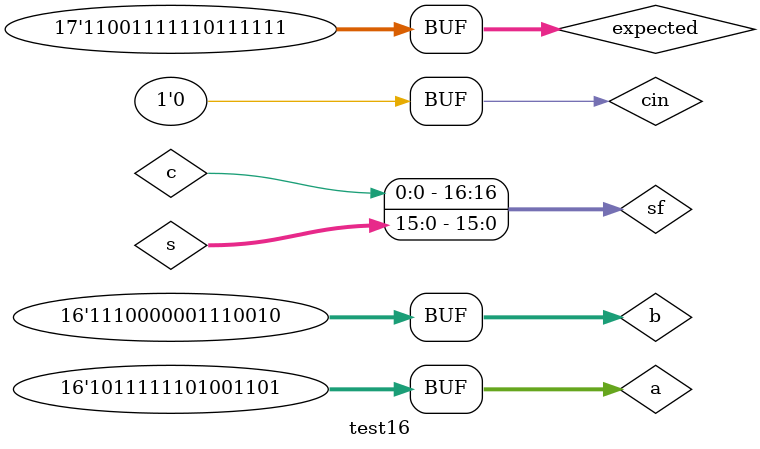
<source format=v>
`include "16bit.v"

module test16;
    reg cin;
    reg [15:0]a,b;
    wire [15:0]s;
    wire c;
    wire [16:0] sf;
    reg [16:0] expected;

    rca16 test(.a(a),.b(b),.c0(cin),.c(c),.s(s));
    assign sf={c,s};

    initial 
        begin
            a=16'b 10101000 ;b=16'b 01000101;cin=0;expected=17'b11101101;
            #10 a=16'd 48973; b=16'd 57458;cin=0; expected=17'd 106431;
        end
    initial 
        $monitor("a=%b=%d b=%b=%d  \t s=%b=%d \texpected sum=%b=%d  \t time=%0d",a,a,b,b,sf,sf,expected,expected,$time);
endmodule

</source>
